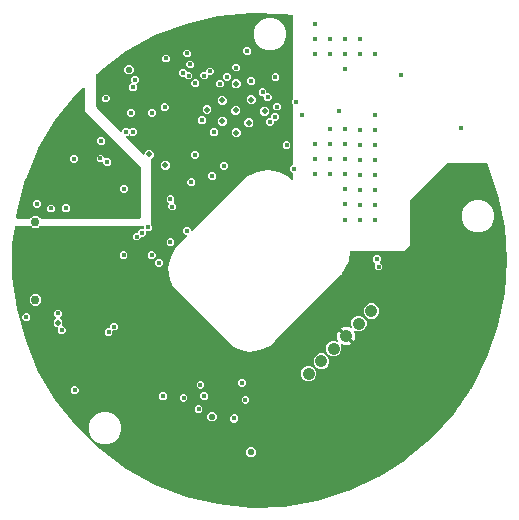
<source format=gbr>
G04 EAGLE Gerber RS-274X export*
G75*
%MOMM*%
%FSLAX34Y34*%
%LPD*%
%INCopper Layer 15*%
%IPPOS*%
%AMOC8*
5,1,8,0,0,1.08239X$1,22.5*%
G01*
%ADD10C,0.750000*%
%ADD11C,1.050000*%
%ADD12C,0.403200*%
%ADD13C,0.503200*%
%ADD14C,0.553200*%
%ADD15C,0.453200*%

G36*
X206483Y-227896D02*
X206483Y-227896D01*
X206498Y-227897D01*
X234390Y-226964D01*
X234422Y-226958D01*
X234492Y-226954D01*
X262011Y-222312D01*
X262041Y-222302D01*
X262110Y-222289D01*
X288765Y-214020D01*
X288794Y-214006D01*
X288860Y-213984D01*
X314175Y-202236D01*
X314202Y-202218D01*
X314265Y-202187D01*
X337788Y-187170D01*
X337812Y-187149D01*
X337870Y-187110D01*
X359182Y-169092D01*
X359203Y-169067D01*
X359255Y-169021D01*
X377976Y-148323D01*
X377993Y-148296D01*
X378039Y-148243D01*
X378457Y-147633D01*
X378458Y-147633D01*
X378980Y-146872D01*
X379503Y-146111D01*
X379503Y-146110D01*
X380025Y-145349D01*
X380548Y-144588D01*
X381070Y-143827D01*
X381593Y-143066D01*
X381593Y-143065D01*
X382115Y-142304D01*
X382116Y-142304D01*
X382638Y-141543D01*
X383160Y-140782D01*
X383161Y-140782D01*
X383161Y-140781D01*
X383683Y-140021D01*
X383683Y-140020D01*
X384206Y-139259D01*
X384728Y-138498D01*
X385251Y-137737D01*
X385773Y-136976D01*
X385773Y-136975D01*
X386296Y-136214D01*
X386818Y-135453D01*
X386819Y-135453D01*
X387341Y-134692D01*
X387341Y-134691D01*
X387864Y-133931D01*
X387864Y-133930D01*
X388386Y-133169D01*
X388909Y-132408D01*
X389431Y-131647D01*
X389432Y-131646D01*
X389954Y-130886D01*
X389954Y-130885D01*
X390476Y-130124D01*
X390477Y-130124D01*
X390999Y-129363D01*
X391522Y-128602D01*
X392044Y-127841D01*
X392044Y-127840D01*
X392567Y-127079D01*
X393089Y-126318D01*
X393612Y-125557D01*
X393612Y-125556D01*
X393833Y-125234D01*
X393847Y-125205D01*
X393885Y-125147D01*
X406472Y-100238D01*
X406482Y-100208D01*
X406512Y-100144D01*
X415666Y-73780D01*
X415672Y-73749D01*
X415693Y-73682D01*
X421252Y-46333D01*
X421253Y-46301D01*
X421266Y-46233D01*
X423130Y-18387D01*
X423127Y-18355D01*
X423130Y-18285D01*
X421266Y9561D01*
X421258Y9592D01*
X421252Y9662D01*
X415693Y37011D01*
X415682Y37041D01*
X415666Y37109D01*
X406512Y63473D01*
X406497Y63501D01*
X406472Y63567D01*
X406332Y63843D01*
X406280Y63915D01*
X406235Y63991D01*
X406208Y64014D01*
X406187Y64042D01*
X406115Y64093D01*
X406048Y64151D01*
X406015Y64164D01*
X405986Y64184D01*
X405902Y64210D01*
X405819Y64243D01*
X405775Y64248D01*
X405751Y64255D01*
X405719Y64254D01*
X405653Y64261D01*
X373063Y64261D01*
X372972Y64247D01*
X372882Y64239D01*
X372852Y64227D01*
X372820Y64222D01*
X372739Y64179D01*
X372655Y64143D01*
X372623Y64117D01*
X372602Y64106D01*
X372580Y64083D01*
X372524Y64038D01*
X340774Y32288D01*
X340721Y32214D01*
X340662Y32145D01*
X340650Y32115D01*
X340631Y32089D01*
X340604Y32002D01*
X340570Y31917D01*
X340565Y31876D01*
X340558Y31853D01*
X340559Y31821D01*
X340551Y31750D01*
X340551Y-6035D01*
X336235Y-10351D01*
X290655Y-10351D01*
X290588Y-10331D01*
X290558Y-10332D01*
X290528Y-10325D01*
X290435Y-10335D01*
X290343Y-10337D01*
X290314Y-10348D01*
X290283Y-10351D01*
X290199Y-10390D01*
X290112Y-10422D01*
X290088Y-10441D01*
X290060Y-10454D01*
X289992Y-10517D01*
X289920Y-10575D01*
X289903Y-10601D01*
X289881Y-10622D01*
X289837Y-10704D01*
X289787Y-10782D01*
X289779Y-10812D01*
X289765Y-10839D01*
X289728Y-11003D01*
X288867Y-18937D01*
X285385Y-27132D01*
X283265Y-29673D01*
X283237Y-29721D01*
X283200Y-29763D01*
X283174Y-29826D01*
X283140Y-29885D01*
X283128Y-29939D01*
X283107Y-29991D01*
X283107Y-29996D01*
X282486Y-30612D01*
X282471Y-30632D01*
X282437Y-30665D01*
X281867Y-31348D01*
X281866Y-31348D01*
X281801Y-31365D01*
X281754Y-31396D01*
X281701Y-31418D01*
X281620Y-31482D01*
X281595Y-31499D01*
X281586Y-31509D01*
X281570Y-31522D01*
X253869Y-59090D01*
X253868Y-59091D01*
X253867Y-59092D01*
X226337Y-86680D01*
X226291Y-86744D01*
X226238Y-86803D01*
X226220Y-86844D01*
X226209Y-86859D01*
X225435Y-87585D01*
X225429Y-87594D01*
X225416Y-87604D01*
X224665Y-88359D01*
X224617Y-88378D01*
X224569Y-88414D01*
X224542Y-88428D01*
X224524Y-88448D01*
X224483Y-88478D01*
X222036Y-90774D01*
X213690Y-94674D01*
X204545Y-95784D01*
X195508Y-93994D01*
X192216Y-92145D01*
X192112Y-92107D01*
X192010Y-92066D01*
X191994Y-92064D01*
X191985Y-92061D01*
X191957Y-92060D01*
X191843Y-92047D01*
X191674Y-92047D01*
X191277Y-91650D01*
X191260Y-91638D01*
X191248Y-91622D01*
X191111Y-91525D01*
X190621Y-91249D01*
X190576Y-91087D01*
X190529Y-90986D01*
X190486Y-90885D01*
X190476Y-90873D01*
X190472Y-90864D01*
X190452Y-90843D01*
X190381Y-90754D01*
X140246Y-40619D01*
X140188Y-40577D01*
X140136Y-40528D01*
X140072Y-40494D01*
X140046Y-40475D01*
X140024Y-40469D01*
X139987Y-40449D01*
X139670Y-40324D01*
X139513Y-39962D01*
X139481Y-39912D01*
X139458Y-39857D01*
X139398Y-39782D01*
X139380Y-39755D01*
X139369Y-39746D01*
X139353Y-39726D01*
X139074Y-39447D01*
X139074Y-39106D01*
X139071Y-39087D01*
X139073Y-39068D01*
X139062Y-39017D01*
X139061Y-38964D01*
X139040Y-38895D01*
X139034Y-38864D01*
X139025Y-38846D01*
X139021Y-38828D01*
X139016Y-38820D01*
X139011Y-38804D01*
X137334Y-34934D01*
X136337Y-25234D01*
X138315Y-15686D01*
X143083Y-7180D01*
X146603Y-3880D01*
X146609Y-3872D01*
X146621Y-3863D01*
X152247Y1764D01*
X152289Y1822D01*
X152338Y1874D01*
X152360Y1921D01*
X152391Y1963D01*
X152412Y2032D01*
X152442Y2097D01*
X152448Y2149D01*
X152463Y2199D01*
X152461Y2270D01*
X152469Y2341D01*
X152458Y2392D01*
X152457Y2444D01*
X152432Y2512D01*
X152417Y2582D01*
X152390Y2627D01*
X152372Y2675D01*
X152327Y2731D01*
X152291Y2793D01*
X152251Y2827D01*
X152219Y2867D01*
X152158Y2906D01*
X152104Y2953D01*
X152055Y2972D01*
X152012Y3000D01*
X151942Y3018D01*
X151876Y3045D01*
X151804Y3053D01*
X151773Y3061D01*
X151750Y3059D01*
X151709Y3063D01*
X151039Y3063D01*
X149113Y4989D01*
X149113Y7711D01*
X151039Y9637D01*
X153761Y9637D01*
X155687Y7711D01*
X155687Y7041D01*
X155698Y6970D01*
X155700Y6899D01*
X155718Y6850D01*
X155726Y6798D01*
X155760Y6735D01*
X155785Y6668D01*
X155817Y6627D01*
X155842Y6581D01*
X155893Y6532D01*
X155938Y6476D01*
X155982Y6447D01*
X156020Y6412D01*
X156085Y6381D01*
X156145Y6343D01*
X156196Y6330D01*
X156243Y6308D01*
X156314Y6300D01*
X156384Y6283D01*
X156436Y6287D01*
X156487Y6281D01*
X156558Y6296D01*
X156629Y6302D01*
X156677Y6322D01*
X156728Y6333D01*
X156789Y6370D01*
X156855Y6398D01*
X156911Y6443D01*
X156939Y6459D01*
X156954Y6477D01*
X156986Y6503D01*
X198115Y47632D01*
X199045Y48561D01*
X202432Y51949D01*
X210965Y56310D01*
X220425Y57834D01*
X229895Y56372D01*
X238455Y52066D01*
X240765Y49786D01*
X240822Y49746D01*
X240872Y49698D01*
X240921Y49675D01*
X240966Y49643D01*
X241032Y49624D01*
X241095Y49594D01*
X241149Y49588D01*
X241201Y49573D01*
X241271Y49575D01*
X241339Y49567D01*
X241393Y49579D01*
X241447Y49581D01*
X241512Y49605D01*
X241580Y49620D01*
X241627Y49648D01*
X241678Y49667D01*
X241732Y49710D01*
X241791Y49746D01*
X241826Y49787D01*
X241869Y49822D01*
X241906Y49880D01*
X241951Y49933D01*
X241971Y49983D01*
X242000Y50029D01*
X242017Y50096D01*
X242043Y50161D01*
X242051Y50237D01*
X242059Y50268D01*
X242057Y50290D01*
X242061Y50327D01*
X242061Y54690D01*
X242058Y54709D01*
X242060Y54729D01*
X242038Y54830D01*
X242022Y54932D01*
X242012Y54950D01*
X242008Y54969D01*
X241955Y55058D01*
X241906Y55150D01*
X241892Y55163D01*
X241882Y55180D01*
X241803Y55248D01*
X241728Y55319D01*
X241710Y55327D01*
X241695Y55340D01*
X241599Y55379D01*
X241597Y55380D01*
X239601Y57376D01*
X239601Y60099D01*
X241579Y62077D01*
X241580Y62078D01*
X241669Y62131D01*
X241760Y62179D01*
X241774Y62193D01*
X241791Y62204D01*
X241858Y62282D01*
X241930Y62357D01*
X241938Y62375D01*
X241951Y62391D01*
X241990Y62487D01*
X242033Y62580D01*
X242035Y62600D01*
X242043Y62619D01*
X242061Y62785D01*
X242061Y112957D01*
X242047Y113047D01*
X242039Y113138D01*
X242027Y113168D01*
X242022Y113200D01*
X241979Y113280D01*
X241943Y113364D01*
X241917Y113396D01*
X241906Y113417D01*
X241883Y113439D01*
X241838Y113495D01*
X240807Y114526D01*
X240807Y117249D01*
X241838Y118280D01*
X241891Y118354D01*
X241951Y118423D01*
X241963Y118453D01*
X241982Y118480D01*
X242009Y118567D01*
X242043Y118651D01*
X242047Y118692D01*
X242054Y118715D01*
X242053Y118747D01*
X242061Y118818D01*
X242061Y188362D01*
X242048Y188441D01*
X242045Y188520D01*
X242029Y188561D01*
X242022Y188605D01*
X241984Y188675D01*
X241955Y188750D01*
X241927Y188783D01*
X241906Y188822D01*
X241849Y188877D01*
X241798Y188938D01*
X241760Y188961D01*
X241728Y188992D01*
X241656Y189025D01*
X241588Y189067D01*
X241532Y189083D01*
X241505Y189095D01*
X241477Y189098D01*
X241427Y189113D01*
X234491Y190283D01*
X234459Y190283D01*
X234390Y190293D01*
X206498Y191225D01*
X206466Y191221D01*
X206396Y191222D01*
X178628Y188429D01*
X178597Y188420D01*
X178528Y188412D01*
X151380Y181942D01*
X151350Y181930D01*
X151283Y181912D01*
X125239Y171881D01*
X125212Y171865D01*
X125147Y171839D01*
X100673Y158426D01*
X100648Y158407D01*
X100587Y158372D01*
X78119Y141817D01*
X78101Y141799D01*
X78080Y141786D01*
X78067Y141771D01*
X78041Y141751D01*
X75671Y139459D01*
X75613Y139381D01*
X75549Y139306D01*
X75539Y139282D01*
X75524Y139261D01*
X75494Y139169D01*
X75457Y139078D01*
X75454Y139046D01*
X75448Y139028D01*
X75448Y138995D01*
X75439Y138912D01*
X75439Y111125D01*
X75454Y111035D01*
X75461Y110944D01*
X75473Y110914D01*
X75479Y110882D01*
X75521Y110802D01*
X75557Y110718D01*
X75583Y110686D01*
X75594Y110665D01*
X75617Y110643D01*
X75662Y110587D01*
X95998Y90251D01*
X96056Y90209D01*
X96108Y90159D01*
X96155Y90137D01*
X96197Y90107D01*
X96266Y90086D01*
X96331Y90056D01*
X96383Y90050D01*
X96433Y90035D01*
X96504Y90037D01*
X96575Y90029D01*
X96626Y90040D01*
X96678Y90041D01*
X96746Y90066D01*
X96816Y90081D01*
X96861Y90108D01*
X96909Y90126D01*
X96965Y90170D01*
X97027Y90207D01*
X97061Y90247D01*
X97101Y90279D01*
X97140Y90340D01*
X97187Y90394D01*
X97206Y90442D01*
X97234Y90486D01*
X97252Y90556D01*
X97279Y90622D01*
X97287Y90694D01*
X97295Y90725D01*
X97293Y90748D01*
X97297Y90789D01*
X97297Y91611D01*
X99223Y93537D01*
X101945Y93537D01*
X102938Y92544D01*
X102954Y92532D01*
X102967Y92517D01*
X103054Y92461D01*
X103138Y92400D01*
X103157Y92394D01*
X103174Y92384D01*
X103274Y92358D01*
X103373Y92328D01*
X103393Y92328D01*
X103412Y92324D01*
X103515Y92332D01*
X103619Y92334D01*
X103638Y92341D01*
X103658Y92343D01*
X103752Y92383D01*
X103850Y92419D01*
X103866Y92431D01*
X103884Y92439D01*
X104015Y92544D01*
X105024Y93553D01*
X107747Y93553D01*
X109672Y91627D01*
X109672Y88905D01*
X107747Y86979D01*
X105024Y86979D01*
X104031Y87972D01*
X104015Y87984D01*
X104002Y87999D01*
X103915Y88056D01*
X103831Y88116D01*
X103812Y88122D01*
X103795Y88132D01*
X103695Y88158D01*
X103596Y88188D01*
X103576Y88188D01*
X103557Y88192D01*
X103454Y88184D01*
X103350Y88182D01*
X103331Y88175D01*
X103312Y88173D01*
X103217Y88133D01*
X103119Y88097D01*
X103104Y88085D01*
X103085Y88077D01*
X102954Y87972D01*
X101945Y86963D01*
X101123Y86963D01*
X101052Y86952D01*
X100981Y86950D01*
X100932Y86932D01*
X100880Y86924D01*
X100817Y86890D01*
X100750Y86865D01*
X100709Y86833D01*
X100663Y86808D01*
X100614Y86757D01*
X100558Y86712D01*
X100529Y86668D01*
X100493Y86630D01*
X100463Y86565D01*
X100425Y86505D01*
X100412Y86454D01*
X100390Y86407D01*
X100382Y86336D01*
X100364Y86266D01*
X100369Y86214D01*
X100363Y86163D01*
X100378Y86092D01*
X100384Y86021D01*
X100404Y85973D01*
X100415Y85922D01*
X100452Y85861D01*
X100480Y85795D01*
X100525Y85739D01*
X100541Y85711D01*
X100559Y85696D01*
X100585Y85664D01*
X115056Y71193D01*
X115114Y71151D01*
X115166Y71101D01*
X115213Y71079D01*
X115255Y71049D01*
X115324Y71028D01*
X115389Y70998D01*
X115441Y70992D01*
X115491Y70977D01*
X115562Y70979D01*
X115633Y70971D01*
X115684Y70982D01*
X115736Y70983D01*
X115804Y71008D01*
X115874Y71023D01*
X115918Y71050D01*
X115967Y71068D01*
X116023Y71112D01*
X116085Y71149D01*
X116119Y71189D01*
X116159Y71221D01*
X116198Y71282D01*
X116245Y71336D01*
X116264Y71384D01*
X116292Y71428D01*
X116310Y71498D01*
X116337Y71564D01*
X116345Y71636D01*
X116353Y71667D01*
X116351Y71690D01*
X116355Y71731D01*
X116355Y72689D01*
X118573Y74907D01*
X121711Y74907D01*
X123929Y72689D01*
X123929Y69551D01*
X121591Y67213D01*
X121549Y67155D01*
X121499Y67103D01*
X121477Y67056D01*
X121447Y67014D01*
X121426Y66945D01*
X121396Y66880D01*
X121390Y66828D01*
X121375Y66778D01*
X121377Y66707D01*
X121369Y66636D01*
X121380Y66585D01*
X121381Y66533D01*
X121406Y66465D01*
X121421Y66395D01*
X121448Y66351D01*
X121465Y66302D01*
X121476Y66288D01*
X121476Y12075D01*
X121491Y11985D01*
X121498Y11894D01*
X121511Y11864D01*
X121516Y11832D01*
X121559Y11751D01*
X121594Y11667D01*
X121620Y11635D01*
X121631Y11615D01*
X121654Y11592D01*
X121699Y11536D01*
X122349Y10886D01*
X122349Y8164D01*
X120424Y6238D01*
X118348Y6238D01*
X118328Y6235D01*
X118309Y6237D01*
X118207Y6215D01*
X118105Y6199D01*
X118088Y6189D01*
X118068Y6185D01*
X117979Y6132D01*
X117888Y6083D01*
X117874Y6069D01*
X117857Y6059D01*
X117790Y5980D01*
X117718Y5905D01*
X117710Y5887D01*
X117697Y5872D01*
X117658Y5776D01*
X117615Y5682D01*
X117613Y5662D01*
X117605Y5644D01*
X117587Y5477D01*
X117587Y3401D01*
X115661Y1476D01*
X113585Y1476D01*
X113566Y1473D01*
X113546Y1475D01*
X113445Y1453D01*
X113343Y1436D01*
X113325Y1427D01*
X113306Y1422D01*
X113217Y1369D01*
X113125Y1321D01*
X113112Y1307D01*
X113095Y1296D01*
X113027Y1218D01*
X112956Y1143D01*
X112948Y1125D01*
X112935Y1109D01*
X112896Y1013D01*
X112852Y920D01*
X112850Y900D01*
X112843Y881D01*
X112824Y715D01*
X112824Y226D01*
X110899Y-1699D01*
X108176Y-1699D01*
X106251Y226D01*
X106251Y2949D01*
X108176Y4874D01*
X110252Y4874D01*
X110272Y4877D01*
X110291Y4875D01*
X110393Y4897D01*
X110495Y4914D01*
X110512Y4923D01*
X110532Y4928D01*
X110621Y4981D01*
X110712Y5029D01*
X110726Y5043D01*
X110743Y5054D01*
X110810Y5132D01*
X110882Y5207D01*
X110890Y5225D01*
X110903Y5241D01*
X110942Y5337D01*
X110985Y5430D01*
X110987Y5450D01*
X110995Y5469D01*
X111013Y5635D01*
X111013Y6124D01*
X112939Y8049D01*
X115015Y8049D01*
X115034Y8052D01*
X115054Y8050D01*
X115155Y8072D01*
X115257Y8089D01*
X115275Y8098D01*
X115294Y8103D01*
X115383Y8156D01*
X115475Y8204D01*
X115488Y8218D01*
X115505Y8229D01*
X115573Y8307D01*
X115644Y8382D01*
X115652Y8400D01*
X115665Y8416D01*
X115704Y8512D01*
X115748Y8605D01*
X115750Y8625D01*
X115757Y8644D01*
X115776Y8810D01*
X115776Y9525D01*
X115773Y9545D01*
X115775Y9564D01*
X115753Y9666D01*
X115736Y9768D01*
X115727Y9785D01*
X115722Y9805D01*
X115669Y9894D01*
X115621Y9985D01*
X115607Y9999D01*
X115596Y10016D01*
X115518Y10083D01*
X115443Y10155D01*
X115425Y10163D01*
X115409Y10176D01*
X115313Y10215D01*
X115220Y10258D01*
X115200Y10260D01*
X115181Y10268D01*
X115015Y10286D01*
X27564Y10286D01*
X27474Y10272D01*
X27383Y10264D01*
X27354Y10252D01*
X27322Y10247D01*
X27241Y10204D01*
X27157Y10168D01*
X27125Y10142D01*
X27104Y10131D01*
X27082Y10108D01*
X27026Y10063D01*
X25892Y8929D01*
X21733Y8929D01*
X20599Y10063D01*
X20525Y10116D01*
X20455Y10176D01*
X20425Y10188D01*
X20399Y10207D01*
X20312Y10234D01*
X20227Y10268D01*
X20186Y10272D01*
X20164Y10279D01*
X20132Y10278D01*
X20061Y10286D01*
X6873Y10286D01*
X6782Y10271D01*
X6690Y10264D01*
X6661Y10252D01*
X6630Y10247D01*
X6549Y10203D01*
X6464Y10167D01*
X6440Y10146D01*
X6413Y10131D01*
X6349Y10065D01*
X6281Y10003D01*
X6265Y9976D01*
X6243Y9953D01*
X6205Y9869D01*
X6159Y9789D01*
X6149Y9751D01*
X6140Y9730D01*
X6136Y9698D01*
X6118Y9626D01*
X4248Y-4280D01*
X4249Y-4312D01*
X4241Y-4382D01*
X4241Y-32290D01*
X4247Y-32321D01*
X4248Y-32391D01*
X7968Y-60051D01*
X7977Y-60081D01*
X7988Y-60150D01*
X15362Y-87067D01*
X15375Y-87096D01*
X15395Y-87163D01*
X26290Y-112857D01*
X26307Y-112884D01*
X26336Y-112947D01*
X40558Y-136960D01*
X40579Y-136984D01*
X40616Y-137044D01*
X57912Y-158946D01*
X57936Y-158967D01*
X57980Y-159021D01*
X78041Y-178423D01*
X78068Y-178441D01*
X78119Y-178489D01*
X100587Y-195043D01*
X100605Y-195052D01*
X100606Y-195053D01*
X100610Y-195055D01*
X100615Y-195058D01*
X100673Y-195098D01*
X125147Y-208510D01*
X125177Y-208521D01*
X125239Y-208553D01*
X151283Y-218583D01*
X151314Y-218590D01*
X151380Y-218613D01*
X178528Y-225083D01*
X178559Y-225085D01*
X178628Y-225100D01*
X206396Y-227894D01*
X206423Y-227892D01*
X206472Y-227897D01*
X206473Y-227897D01*
X206483Y-227896D01*
G37*
G36*
X19163Y16841D02*
X19163Y16841D01*
X19262Y16844D01*
X19320Y16861D01*
X19380Y16868D01*
X19472Y16905D01*
X19567Y16932D01*
X19620Y16963D01*
X19676Y16985D01*
X19756Y17043D01*
X19841Y17094D01*
X19917Y17160D01*
X19933Y17172D01*
X19941Y17181D01*
X19962Y17200D01*
X20968Y18206D01*
X21300Y18344D01*
X21308Y18348D01*
X21317Y18351D01*
X21447Y18427D01*
X21576Y18501D01*
X21583Y18508D01*
X21591Y18512D01*
X21712Y18619D01*
X21830Y18737D01*
X21996Y18737D01*
X22006Y18738D01*
X22015Y18737D01*
X22164Y18758D01*
X22312Y18777D01*
X22321Y18780D01*
X22330Y18781D01*
X22482Y18833D01*
X22814Y18971D01*
X24811Y18971D01*
X25143Y18833D01*
X25152Y18831D01*
X25160Y18826D01*
X25305Y18789D01*
X25450Y18749D01*
X25459Y18749D01*
X25468Y18747D01*
X25629Y18737D01*
X25795Y18737D01*
X25913Y18619D01*
X25920Y18613D01*
X25926Y18606D01*
X26045Y18516D01*
X26164Y18424D01*
X26173Y18420D01*
X26180Y18415D01*
X26325Y18344D01*
X26657Y18206D01*
X27663Y17200D01*
X27741Y17139D01*
X27813Y17071D01*
X27866Y17042D01*
X27914Y17005D01*
X28005Y16966D01*
X28092Y16918D01*
X28150Y16903D01*
X28206Y16879D01*
X28304Y16863D01*
X28400Y16838D01*
X28500Y16832D01*
X28520Y16829D01*
X28532Y16830D01*
X28560Y16828D01*
X112014Y16828D01*
X112132Y16843D01*
X112251Y16851D01*
X112289Y16863D01*
X112330Y16868D01*
X112440Y16912D01*
X112553Y16949D01*
X112588Y16970D01*
X112625Y16985D01*
X112721Y17055D01*
X112822Y17119D01*
X112850Y17148D01*
X112883Y17172D01*
X112959Y17264D01*
X113040Y17350D01*
X113060Y17386D01*
X113085Y17417D01*
X113136Y17525D01*
X113194Y17629D01*
X113204Y17668D01*
X113221Y17705D01*
X113243Y17821D01*
X113273Y17937D01*
X113277Y17997D01*
X113281Y18017D01*
X113279Y18037D01*
X113283Y18098D01*
X113283Y59817D01*
X113271Y59915D01*
X113268Y60014D01*
X113251Y60072D01*
X113243Y60133D01*
X113207Y60225D01*
X113179Y60320D01*
X113149Y60372D01*
X113126Y60428D01*
X113068Y60508D01*
X113018Y60594D01*
X112952Y60669D01*
X112940Y60686D01*
X112930Y60693D01*
X112912Y60715D01*
X65404Y108222D01*
X65404Y126538D01*
X65388Y126666D01*
X65378Y126794D01*
X65368Y126823D01*
X65364Y126854D01*
X65317Y126973D01*
X65276Y127095D01*
X65259Y127121D01*
X65247Y127149D01*
X65172Y127253D01*
X65102Y127361D01*
X65079Y127382D01*
X65061Y127407D01*
X64961Y127489D01*
X64867Y127575D01*
X64839Y127590D01*
X64816Y127609D01*
X64699Y127664D01*
X64586Y127725D01*
X64556Y127732D01*
X64528Y127745D01*
X64402Y127769D01*
X64277Y127799D01*
X64246Y127799D01*
X64216Y127805D01*
X64088Y127797D01*
X63959Y127795D01*
X63929Y127787D01*
X63898Y127785D01*
X63776Y127745D01*
X63652Y127712D01*
X63625Y127696D01*
X63596Y127687D01*
X63487Y127618D01*
X63375Y127555D01*
X63341Y127526D01*
X63327Y127517D01*
X63312Y127501D01*
X63253Y127450D01*
X58004Y122374D01*
X58001Y122371D01*
X57998Y122368D01*
X57890Y122248D01*
X40636Y100399D01*
X40634Y100396D01*
X40631Y100393D01*
X40540Y100260D01*
X26352Y76306D01*
X26350Y76302D01*
X26348Y76298D01*
X26276Y76154D01*
X15407Y50523D01*
X15406Y50519D01*
X15404Y50515D01*
X15351Y50363D01*
X7996Y23512D01*
X7996Y23507D01*
X7994Y23503D01*
X7962Y23346D01*
X7279Y18267D01*
X7279Y18222D01*
X7271Y18178D01*
X7278Y18064D01*
X7277Y17949D01*
X7288Y17905D01*
X7290Y17861D01*
X7326Y17752D01*
X7353Y17640D01*
X7375Y17601D01*
X7388Y17558D01*
X7450Y17461D01*
X7504Y17360D01*
X7535Y17327D01*
X7559Y17289D01*
X7642Y17211D01*
X7720Y17126D01*
X7758Y17102D01*
X7790Y17071D01*
X7891Y17016D01*
X7987Y16954D01*
X8029Y16940D01*
X8069Y16918D01*
X8180Y16889D01*
X8289Y16853D01*
X8333Y16850D01*
X8377Y16838D01*
X8537Y16828D01*
X19065Y16828D01*
X19163Y16841D01*
G37*
%LPC*%
G36*
X219522Y159321D02*
X219522Y159321D01*
X214480Y161409D01*
X210622Y165268D01*
X208533Y170309D01*
X208533Y175766D01*
X210622Y180807D01*
X214480Y184666D01*
X219522Y186754D01*
X224978Y186754D01*
X230020Y184666D01*
X233878Y180807D01*
X235967Y175766D01*
X235967Y170309D01*
X233878Y165268D01*
X230020Y161409D01*
X224978Y159321D01*
X219522Y159321D01*
G37*
%LPD*%
%LPC*%
G36*
X79822Y-174054D02*
X79822Y-174054D01*
X74780Y-171966D01*
X70922Y-168107D01*
X68833Y-163066D01*
X68833Y-157609D01*
X70922Y-152568D01*
X74780Y-148709D01*
X79822Y-146621D01*
X85278Y-146621D01*
X90320Y-148709D01*
X94178Y-152568D01*
X96267Y-157609D01*
X96267Y-163066D01*
X94178Y-168107D01*
X90320Y-171966D01*
X85278Y-174054D01*
X79822Y-174054D01*
G37*
%LPD*%
%LPC*%
G36*
X395734Y5333D02*
X395734Y5333D01*
X390693Y7422D01*
X386834Y11280D01*
X384746Y16322D01*
X384746Y21778D01*
X386834Y26820D01*
X390693Y30678D01*
X395734Y32767D01*
X401191Y32767D01*
X406232Y30678D01*
X410091Y26820D01*
X412179Y21778D01*
X412179Y16322D01*
X410091Y11280D01*
X406232Y7422D01*
X401191Y5333D01*
X395734Y5333D01*
G37*
%LPD*%
%LPC*%
G36*
X275045Y-99794D02*
X275045Y-99794D01*
X272648Y-98801D01*
X270814Y-96967D01*
X269821Y-94570D01*
X269821Y-91976D01*
X270814Y-89580D01*
X272648Y-87745D01*
X275045Y-86753D01*
X277639Y-86753D01*
X279042Y-87334D01*
X279112Y-87350D01*
X279179Y-87376D01*
X279231Y-87378D01*
X279282Y-87390D01*
X279353Y-87383D01*
X279425Y-87386D01*
X279475Y-87372D01*
X279527Y-87367D01*
X279592Y-87338D01*
X279661Y-87318D01*
X279704Y-87288D01*
X279751Y-87267D01*
X279804Y-87219D01*
X279863Y-87178D01*
X279894Y-87136D01*
X279933Y-87101D01*
X279967Y-87038D01*
X280010Y-86980D01*
X280026Y-86931D01*
X280051Y-86885D01*
X280064Y-86815D01*
X280086Y-86746D01*
X280086Y-86694D01*
X280095Y-86643D01*
X280084Y-86572D01*
X280084Y-86500D01*
X280064Y-86432D01*
X280059Y-86400D01*
X280048Y-86379D01*
X280037Y-86339D01*
X279457Y-84939D01*
X279158Y-83434D01*
X279158Y-81899D01*
X279457Y-80394D01*
X280044Y-78976D01*
X280469Y-78341D01*
X285332Y-83205D01*
X285349Y-83217D01*
X285361Y-83232D01*
X285448Y-83288D01*
X285532Y-83348D01*
X285551Y-83354D01*
X285568Y-83365D01*
X285668Y-83390D01*
X285767Y-83421D01*
X285787Y-83420D01*
X285806Y-83425D01*
X285909Y-83417D01*
X286013Y-83414D01*
X286032Y-83408D01*
X286052Y-83406D01*
X286146Y-83366D01*
X286244Y-83330D01*
X286260Y-83318D01*
X286278Y-83310D01*
X286409Y-83205D01*
X287487Y-82127D01*
X287498Y-82111D01*
X287514Y-82099D01*
X287570Y-82011D01*
X287630Y-81928D01*
X287636Y-81909D01*
X287647Y-81892D01*
X287672Y-81791D01*
X287702Y-81693D01*
X287702Y-81673D01*
X287707Y-81653D01*
X287699Y-81550D01*
X287696Y-81447D01*
X287689Y-81428D01*
X287688Y-81408D01*
X287647Y-81313D01*
X287612Y-81216D01*
X287599Y-81200D01*
X287591Y-81182D01*
X287487Y-81051D01*
X282623Y-76187D01*
X283258Y-75763D01*
X284676Y-75175D01*
X286181Y-74876D01*
X287716Y-74876D01*
X289221Y-75175D01*
X290621Y-75755D01*
X290691Y-75772D01*
X290758Y-75797D01*
X290810Y-75800D01*
X290860Y-75812D01*
X290932Y-75805D01*
X291003Y-75808D01*
X291053Y-75793D01*
X291105Y-75788D01*
X291171Y-75759D01*
X291240Y-75739D01*
X291282Y-75710D01*
X291330Y-75688D01*
X291383Y-75640D01*
X291442Y-75599D01*
X291473Y-75557D01*
X291511Y-75522D01*
X291546Y-75459D01*
X291588Y-75402D01*
X291605Y-75352D01*
X291630Y-75307D01*
X291642Y-75236D01*
X291665Y-75168D01*
X291664Y-75116D01*
X291673Y-75064D01*
X291663Y-74994D01*
X291662Y-74922D01*
X291642Y-74853D01*
X291638Y-74821D01*
X291627Y-74800D01*
X291616Y-74761D01*
X291034Y-73357D01*
X291034Y-70763D01*
X292027Y-68366D01*
X293861Y-66532D01*
X296258Y-65539D01*
X298852Y-65539D01*
X301249Y-66532D01*
X303083Y-68366D01*
X304076Y-70763D01*
X304076Y-73357D01*
X303083Y-75754D01*
X301249Y-77588D01*
X298852Y-78581D01*
X296258Y-78581D01*
X294854Y-78000D01*
X294784Y-77983D01*
X294718Y-77957D01*
X294666Y-77955D01*
X294615Y-77943D01*
X294544Y-77950D01*
X294472Y-77947D01*
X294422Y-77962D01*
X294370Y-77966D01*
X294304Y-77996D01*
X294236Y-78016D01*
X294193Y-78045D01*
X294145Y-78066D01*
X294092Y-78115D01*
X294034Y-78156D01*
X294003Y-78198D01*
X293964Y-78233D01*
X293929Y-78296D01*
X293887Y-78353D01*
X293871Y-78403D01*
X293846Y-78448D01*
X293833Y-78519D01*
X293811Y-78587D01*
X293811Y-78639D01*
X293802Y-78690D01*
X293812Y-78761D01*
X293813Y-78833D01*
X293833Y-78902D01*
X293838Y-78934D01*
X293848Y-78955D01*
X293860Y-78994D01*
X294440Y-80394D01*
X294739Y-81899D01*
X294739Y-83434D01*
X294440Y-84939D01*
X293852Y-86357D01*
X293428Y-86992D01*
X288564Y-82129D01*
X288548Y-82117D01*
X288536Y-82101D01*
X288448Y-82045D01*
X288365Y-81985D01*
X288346Y-81979D01*
X288329Y-81968D01*
X288228Y-81943D01*
X288130Y-81913D01*
X288110Y-81913D01*
X288090Y-81908D01*
X287987Y-81916D01*
X287884Y-81919D01*
X287865Y-81926D01*
X287845Y-81927D01*
X287750Y-81968D01*
X287653Y-82003D01*
X287637Y-82016D01*
X287619Y-82024D01*
X287488Y-82129D01*
X286410Y-83206D01*
X286399Y-83222D01*
X286383Y-83235D01*
X286327Y-83322D01*
X286267Y-83406D01*
X286261Y-83425D01*
X286250Y-83442D01*
X286225Y-83542D01*
X286194Y-83641D01*
X286195Y-83661D01*
X286190Y-83680D01*
X286198Y-83783D01*
X286201Y-83887D01*
X286207Y-83906D01*
X286209Y-83925D01*
X286249Y-84020D01*
X286285Y-84118D01*
X286298Y-84134D01*
X286305Y-84152D01*
X286410Y-84283D01*
X291274Y-89146D01*
X290639Y-89571D01*
X289221Y-90158D01*
X287716Y-90457D01*
X286181Y-90457D01*
X284676Y-90158D01*
X283276Y-89578D01*
X283206Y-89562D01*
X283139Y-89536D01*
X283087Y-89534D01*
X283036Y-89522D01*
X282965Y-89529D01*
X282893Y-89526D01*
X282843Y-89540D01*
X282791Y-89545D01*
X282726Y-89574D01*
X282657Y-89594D01*
X282614Y-89624D01*
X282567Y-89645D01*
X282514Y-89694D01*
X282455Y-89734D01*
X282424Y-89776D01*
X282386Y-89811D01*
X282351Y-89874D01*
X282308Y-89932D01*
X282292Y-89981D01*
X282267Y-90027D01*
X282254Y-90098D01*
X282232Y-90166D01*
X282232Y-90218D01*
X282223Y-90269D01*
X282234Y-90340D01*
X282234Y-90412D01*
X282254Y-90481D01*
X282259Y-90512D01*
X282270Y-90533D01*
X282281Y-90573D01*
X282862Y-91976D01*
X282862Y-94570D01*
X281870Y-96967D01*
X280035Y-98801D01*
X277639Y-99794D01*
X275045Y-99794D01*
G37*
%LPD*%
%LPC*%
G36*
X253831Y-121007D02*
X253831Y-121007D01*
X251435Y-120015D01*
X249601Y-118180D01*
X248608Y-115784D01*
X248608Y-113190D01*
X249601Y-110793D01*
X251435Y-108959D01*
X253831Y-107966D01*
X256426Y-107966D01*
X258822Y-108959D01*
X260657Y-110793D01*
X261649Y-113190D01*
X261649Y-115784D01*
X260657Y-118180D01*
X258822Y-120015D01*
X256426Y-121007D01*
X253831Y-121007D01*
G37*
%LPD*%
%LPC*%
G36*
X264438Y-110401D02*
X264438Y-110401D01*
X262041Y-109408D01*
X260207Y-107574D01*
X259214Y-105177D01*
X259214Y-102583D01*
X260207Y-100186D01*
X262041Y-98352D01*
X264438Y-97359D01*
X267032Y-97359D01*
X269429Y-98352D01*
X271263Y-100186D01*
X272256Y-102583D01*
X272256Y-105177D01*
X271263Y-107574D01*
X269429Y-109408D01*
X267032Y-110401D01*
X264438Y-110401D01*
G37*
%LPD*%
%LPC*%
G36*
X306865Y-67974D02*
X306865Y-67974D01*
X304468Y-66982D01*
X302634Y-65147D01*
X301641Y-62751D01*
X301641Y-60156D01*
X302634Y-57760D01*
X304468Y-55926D01*
X306865Y-54933D01*
X309459Y-54933D01*
X311855Y-55926D01*
X313690Y-57760D01*
X314682Y-60156D01*
X314682Y-62751D01*
X313690Y-65147D01*
X311855Y-66982D01*
X309459Y-67974D01*
X306865Y-67974D01*
G37*
%LPD*%
%LPC*%
G36*
X44676Y-81074D02*
X44676Y-81074D01*
X42751Y-79149D01*
X42751Y-76400D01*
X42766Y-76366D01*
X42797Y-76324D01*
X42818Y-76256D01*
X42848Y-76190D01*
X42854Y-76139D01*
X42869Y-76089D01*
X42867Y-76017D01*
X42875Y-75946D01*
X42864Y-75895D01*
X42863Y-75843D01*
X42838Y-75776D01*
X42823Y-75706D01*
X42796Y-75661D01*
X42778Y-75612D01*
X42733Y-75556D01*
X42697Y-75495D01*
X42657Y-75461D01*
X42625Y-75420D01*
X42564Y-75381D01*
X42510Y-75335D01*
X42461Y-75315D01*
X42418Y-75287D01*
X42348Y-75270D01*
X42282Y-75243D01*
X42210Y-75235D01*
X42179Y-75227D01*
X42156Y-75229D01*
X42115Y-75224D01*
X41294Y-75224D01*
X39076Y-73006D01*
X39076Y-69869D01*
X41291Y-67653D01*
X41303Y-67637D01*
X41318Y-67625D01*
X41375Y-67538D01*
X41435Y-67454D01*
X41441Y-67435D01*
X41451Y-67418D01*
X41477Y-67317D01*
X41507Y-67219D01*
X41507Y-67199D01*
X41512Y-67179D01*
X41503Y-67076D01*
X41501Y-66973D01*
X41494Y-66954D01*
X41492Y-66934D01*
X41452Y-66839D01*
X41416Y-66742D01*
X41404Y-66726D01*
X41396Y-66708D01*
X41291Y-66577D01*
X39576Y-64861D01*
X39576Y-62139D01*
X41501Y-60213D01*
X44224Y-60213D01*
X46149Y-62139D01*
X46149Y-64861D01*
X44434Y-66577D01*
X44422Y-66593D01*
X44407Y-66606D01*
X44350Y-66693D01*
X44290Y-66777D01*
X44284Y-66796D01*
X44274Y-66812D01*
X44248Y-66913D01*
X44218Y-67012D01*
X44218Y-67032D01*
X44213Y-67051D01*
X44222Y-67154D01*
X44224Y-67258D01*
X44231Y-67276D01*
X44233Y-67296D01*
X44273Y-67391D01*
X44309Y-67489D01*
X44321Y-67504D01*
X44329Y-67523D01*
X44434Y-67653D01*
X46649Y-69869D01*
X46649Y-73006D01*
X46454Y-73201D01*
X46412Y-73259D01*
X46363Y-73311D01*
X46341Y-73359D01*
X46310Y-73401D01*
X46289Y-73469D01*
X46259Y-73535D01*
X46253Y-73586D01*
X46238Y-73636D01*
X46240Y-73708D01*
X46232Y-73779D01*
X46243Y-73830D01*
X46244Y-73882D01*
X46269Y-73949D01*
X46284Y-74019D01*
X46311Y-74064D01*
X46329Y-74113D01*
X46374Y-74169D01*
X46411Y-74230D01*
X46450Y-74264D01*
X46483Y-74305D01*
X46543Y-74344D01*
X46597Y-74390D01*
X46646Y-74410D01*
X46690Y-74438D01*
X46759Y-74455D01*
X46826Y-74482D01*
X46897Y-74490D01*
X46928Y-74498D01*
X46951Y-74496D01*
X46992Y-74501D01*
X47399Y-74501D01*
X49324Y-76426D01*
X49324Y-79149D01*
X47399Y-81074D01*
X44676Y-81074D01*
G37*
%LPD*%
%LPC*%
G36*
X21733Y-57071D02*
X21733Y-57071D01*
X18792Y-54130D01*
X18792Y-49970D01*
X21733Y-47029D01*
X25892Y-47029D01*
X28833Y-49970D01*
X28833Y-54130D01*
X25892Y-57071D01*
X21733Y-57071D01*
G37*
%LPD*%
%LPC*%
G36*
X83221Y61229D02*
X83221Y61229D01*
X81295Y63155D01*
X81295Y63195D01*
X81280Y63313D01*
X81273Y63432D01*
X81260Y63470D01*
X81255Y63511D01*
X81212Y63621D01*
X81175Y63735D01*
X81153Y63769D01*
X81138Y63806D01*
X81069Y63903D01*
X81005Y64003D01*
X80975Y64031D01*
X80952Y64064D01*
X80860Y64140D01*
X80773Y64221D01*
X80738Y64241D01*
X80707Y64266D01*
X80599Y64317D01*
X80495Y64375D01*
X80455Y64385D01*
X80419Y64402D01*
X80302Y64424D01*
X80187Y64454D01*
X80127Y64458D01*
X80107Y64462D01*
X80086Y64461D01*
X80026Y64464D01*
X77433Y64464D01*
X75508Y66390D01*
X75508Y69113D01*
X77433Y71038D01*
X80156Y71038D01*
X82082Y69113D01*
X82082Y69072D01*
X82097Y68954D01*
X82104Y68835D01*
X82116Y68797D01*
X82121Y68756D01*
X82165Y68646D01*
X82202Y68533D01*
X82224Y68498D01*
X82239Y68461D01*
X82308Y68365D01*
X82372Y68264D01*
X82402Y68236D01*
X82425Y68203D01*
X82517Y68127D01*
X82604Y68046D01*
X82639Y68026D01*
X82670Y68001D01*
X82778Y67950D01*
X82882Y67892D01*
X82921Y67882D01*
X82958Y67865D01*
X83075Y67843D01*
X83190Y67813D01*
X83250Y67809D01*
X83270Y67805D01*
X83291Y67807D01*
X83351Y67803D01*
X85943Y67803D01*
X87869Y65877D01*
X87869Y63155D01*
X85943Y61229D01*
X83221Y61229D01*
G37*
%LPD*%
%LPC*%
G36*
X312964Y-27099D02*
X312964Y-27099D01*
X311038Y-25174D01*
X311038Y-22451D01*
X311520Y-21970D01*
X311531Y-21953D01*
X311547Y-21941D01*
X311603Y-21854D01*
X311663Y-21770D01*
X311669Y-21751D01*
X311680Y-21734D01*
X311705Y-21633D01*
X311736Y-21535D01*
X311735Y-21515D01*
X311740Y-21495D01*
X311732Y-21392D01*
X311729Y-21289D01*
X311722Y-21270D01*
X311721Y-21250D01*
X311681Y-21155D01*
X311645Y-21058D01*
X311632Y-21042D01*
X311625Y-21024D01*
X311520Y-20893D01*
X309451Y-18824D01*
X309451Y-16101D01*
X311376Y-14176D01*
X314099Y-14176D01*
X316024Y-16101D01*
X316024Y-18824D01*
X315543Y-19305D01*
X315531Y-19322D01*
X315515Y-19334D01*
X315460Y-19421D01*
X315399Y-19505D01*
X315393Y-19524D01*
X315382Y-19541D01*
X315357Y-19641D01*
X315327Y-19740D01*
X315327Y-19760D01*
X315322Y-19780D01*
X315330Y-19882D01*
X315333Y-19986D01*
X315340Y-20005D01*
X315342Y-20025D01*
X315382Y-20120D01*
X315418Y-20217D01*
X315430Y-20233D01*
X315438Y-20251D01*
X315543Y-20382D01*
X317612Y-22451D01*
X317612Y-25174D01*
X315686Y-27099D01*
X312964Y-27099D01*
G37*
%LPD*%
%LPC*%
G36*
X138339Y23701D02*
X138339Y23701D01*
X136413Y25626D01*
X136413Y28349D01*
X136895Y28830D01*
X136906Y28847D01*
X136922Y28859D01*
X136978Y28946D01*
X137038Y29030D01*
X137044Y29049D01*
X137055Y29066D01*
X137080Y29167D01*
X137111Y29265D01*
X137110Y29285D01*
X137115Y29305D01*
X137107Y29408D01*
X137104Y29511D01*
X137097Y29530D01*
X137096Y29550D01*
X137056Y29645D01*
X137020Y29742D01*
X137007Y29758D01*
X137000Y29776D01*
X136895Y29907D01*
X134826Y31976D01*
X134826Y34699D01*
X136751Y36624D01*
X139474Y36624D01*
X141399Y34699D01*
X141399Y31976D01*
X140918Y31495D01*
X140906Y31478D01*
X140890Y31466D01*
X140835Y31379D01*
X140774Y31295D01*
X140768Y31276D01*
X140757Y31259D01*
X140732Y31159D01*
X140702Y31060D01*
X140702Y31040D01*
X140697Y31020D01*
X140705Y30918D01*
X140708Y30814D01*
X140715Y30795D01*
X140717Y30775D01*
X140757Y30680D01*
X140793Y30583D01*
X140805Y30567D01*
X140813Y30549D01*
X140918Y30418D01*
X142987Y28349D01*
X142987Y25626D01*
X141061Y23701D01*
X138339Y23701D01*
G37*
%LPD*%
%LPC*%
G36*
X84364Y-82662D02*
X84364Y-82662D01*
X82438Y-80736D01*
X82438Y-78014D01*
X84364Y-76088D01*
X86440Y-76088D01*
X86459Y-76085D01*
X86479Y-76087D01*
X86580Y-76065D01*
X86682Y-76049D01*
X86700Y-76039D01*
X86719Y-76035D01*
X86808Y-75982D01*
X86900Y-75933D01*
X86913Y-75919D01*
X86930Y-75909D01*
X86998Y-75830D01*
X87069Y-75755D01*
X87077Y-75737D01*
X87090Y-75722D01*
X87129Y-75626D01*
X87173Y-75532D01*
X87175Y-75512D01*
X87182Y-75494D01*
X87201Y-75327D01*
X87201Y-73251D01*
X89126Y-71326D01*
X91849Y-71326D01*
X93774Y-73251D01*
X93774Y-75974D01*
X91849Y-77899D01*
X89773Y-77899D01*
X89753Y-77902D01*
X89734Y-77900D01*
X89632Y-77922D01*
X89530Y-77939D01*
X89513Y-77948D01*
X89493Y-77953D01*
X89404Y-78006D01*
X89313Y-78054D01*
X89299Y-78068D01*
X89282Y-78079D01*
X89215Y-78157D01*
X89143Y-78232D01*
X89135Y-78250D01*
X89122Y-78266D01*
X89083Y-78362D01*
X89040Y-78455D01*
X89038Y-78475D01*
X89030Y-78494D01*
X89012Y-78660D01*
X89012Y-80736D01*
X87086Y-82662D01*
X84364Y-82662D01*
G37*
%LPD*%
%LPC*%
G36*
X104938Y124983D02*
X104938Y124983D01*
X103012Y126909D01*
X103012Y129631D01*
X105018Y131637D01*
X105029Y131653D01*
X105045Y131666D01*
X105073Y131710D01*
X105108Y131746D01*
X105129Y131792D01*
X105161Y131837D01*
X105167Y131856D01*
X105178Y131873D01*
X105192Y131926D01*
X105211Y131969D01*
X105217Y132016D01*
X105234Y132072D01*
X105233Y132092D01*
X105238Y132111D01*
X105234Y132169D01*
X105238Y132213D01*
X105229Y132257D01*
X105227Y132318D01*
X105220Y132336D01*
X105219Y132356D01*
X105195Y132412D01*
X105186Y132454D01*
X105164Y132491D01*
X105143Y132549D01*
X105130Y132564D01*
X105123Y132583D01*
X105069Y132649D01*
X105060Y132665D01*
X105050Y132673D01*
X105018Y132714D01*
X104727Y133005D01*
X104727Y135727D01*
X106652Y137653D01*
X109375Y137653D01*
X111300Y135727D01*
X111300Y133005D01*
X109295Y130999D01*
X109283Y130983D01*
X109267Y130970D01*
X109211Y130883D01*
X109151Y130799D01*
X109145Y130780D01*
X109134Y130764D01*
X109109Y130663D01*
X109079Y130564D01*
X109079Y130544D01*
X109074Y130525D01*
X109082Y130422D01*
X109085Y130318D01*
X109092Y130300D01*
X109094Y130280D01*
X109134Y130185D01*
X109170Y130087D01*
X109182Y130072D01*
X109190Y130053D01*
X109295Y129922D01*
X109586Y129631D01*
X109586Y126909D01*
X107660Y124983D01*
X104938Y124983D01*
G37*
%LPD*%
%LPC*%
G36*
X220949Y95453D02*
X220949Y95453D01*
X219024Y97378D01*
X219024Y100101D01*
X220949Y102027D01*
X222774Y102027D01*
X222794Y102030D01*
X222813Y102028D01*
X222915Y102050D01*
X223017Y102066D01*
X223034Y102076D01*
X223054Y102080D01*
X223143Y102133D01*
X223234Y102181D01*
X223248Y102196D01*
X223265Y102206D01*
X223332Y102285D01*
X223404Y102360D01*
X223412Y102378D01*
X223425Y102393D01*
X223464Y102489D01*
X223507Y102583D01*
X223509Y102603D01*
X223517Y102621D01*
X223535Y102788D01*
X223535Y104358D01*
X225461Y106284D01*
X228183Y106284D01*
X230109Y104358D01*
X230109Y101636D01*
X228183Y99710D01*
X226359Y99710D01*
X226339Y99707D01*
X226319Y99709D01*
X226218Y99687D01*
X226116Y99671D01*
X226099Y99661D01*
X226079Y99657D01*
X225990Y99604D01*
X225899Y99555D01*
X225885Y99541D01*
X225868Y99531D01*
X225801Y99452D01*
X225729Y99377D01*
X225721Y99359D01*
X225708Y99344D01*
X225669Y99248D01*
X225626Y99154D01*
X225624Y99134D01*
X225616Y99116D01*
X225598Y98949D01*
X225598Y97378D01*
X223672Y95453D01*
X220949Y95453D01*
G37*
%LPD*%
%LPC*%
G36*
X218986Y116218D02*
X218986Y116218D01*
X217061Y118143D01*
X217061Y119650D01*
X217058Y119670D01*
X217060Y119689D01*
X217038Y119791D01*
X217021Y119893D01*
X217012Y119910D01*
X217008Y119930D01*
X216954Y120019D01*
X216906Y120110D01*
X216892Y120124D01*
X216881Y120141D01*
X216803Y120208D01*
X216728Y120280D01*
X216710Y120288D01*
X216694Y120301D01*
X216598Y120340D01*
X216505Y120383D01*
X216485Y120385D01*
X216466Y120393D01*
X216300Y120411D01*
X214666Y120411D01*
X212740Y122337D01*
X212740Y125059D01*
X214666Y126985D01*
X217388Y126985D01*
X219314Y125059D01*
X219314Y123552D01*
X219317Y123533D01*
X219315Y123513D01*
X219337Y123412D01*
X219353Y123310D01*
X219363Y123292D01*
X219367Y123273D01*
X219420Y123184D01*
X219469Y123092D01*
X219483Y123079D01*
X219493Y123061D01*
X219572Y122994D01*
X219647Y122923D01*
X219665Y122915D01*
X219680Y122902D01*
X219776Y122863D01*
X219870Y122819D01*
X219890Y122817D01*
X219908Y122810D01*
X220075Y122791D01*
X221709Y122791D01*
X223634Y120866D01*
X223634Y118143D01*
X221709Y116218D01*
X218986Y116218D01*
G37*
%LPD*%
%LPC*%
G36*
X165286Y134659D02*
X165286Y134659D01*
X163361Y136584D01*
X163361Y139307D01*
X165286Y141233D01*
X167372Y141233D01*
X167392Y141236D01*
X167412Y141234D01*
X167513Y141256D01*
X167615Y141272D01*
X167633Y141282D01*
X167652Y141286D01*
X167741Y141339D01*
X167832Y141387D01*
X167846Y141402D01*
X167863Y141412D01*
X167931Y141491D01*
X168002Y141566D01*
X168010Y141584D01*
X168023Y141599D01*
X168062Y141695D01*
X168105Y141789D01*
X168108Y141809D01*
X168115Y141827D01*
X168134Y141994D01*
X168134Y142795D01*
X170059Y144720D01*
X172782Y144720D01*
X174707Y142795D01*
X174707Y140072D01*
X172782Y138147D01*
X170696Y138147D01*
X170676Y138144D01*
X170656Y138146D01*
X170555Y138124D01*
X170453Y138107D01*
X170436Y138098D01*
X170416Y138094D01*
X170327Y138040D01*
X170236Y137992D01*
X170222Y137978D01*
X170205Y137968D01*
X170138Y137889D01*
X170066Y137814D01*
X170058Y137796D01*
X170045Y137781D01*
X170006Y137684D01*
X169963Y137591D01*
X169961Y137571D01*
X169953Y137552D01*
X169935Y137386D01*
X169935Y136584D01*
X168009Y134659D01*
X165286Y134659D01*
G37*
%LPD*%
%LPC*%
G36*
X152055Y134635D02*
X152055Y134635D01*
X149992Y136698D01*
X149918Y136751D01*
X149848Y136811D01*
X149818Y136823D01*
X149792Y136842D01*
X149705Y136869D01*
X149620Y136903D01*
X149579Y136907D01*
X149557Y136914D01*
X149525Y136913D01*
X149453Y136921D01*
X147165Y136921D01*
X145239Y138847D01*
X145239Y141569D01*
X147165Y143495D01*
X149887Y143495D01*
X151950Y141432D01*
X152024Y141379D01*
X152094Y141319D01*
X152124Y141307D01*
X152150Y141288D01*
X152237Y141261D01*
X152322Y141227D01*
X152363Y141223D01*
X152385Y141216D01*
X152417Y141217D01*
X152489Y141209D01*
X154777Y141209D01*
X156703Y139283D01*
X156703Y136561D01*
X154777Y134635D01*
X152055Y134635D01*
G37*
%LPD*%
%LPC*%
G36*
X171365Y-154849D02*
X171365Y-154849D01*
X169001Y-152485D01*
X169001Y-149140D01*
X171365Y-146776D01*
X174710Y-146776D01*
X177074Y-149140D01*
X177074Y-152485D01*
X174710Y-154849D01*
X171365Y-154849D01*
G37*
%LPD*%
%LPC*%
G36*
X204703Y-185012D02*
X204703Y-185012D01*
X202338Y-182647D01*
X202338Y-179303D01*
X204703Y-176938D01*
X208047Y-176938D01*
X210412Y-179303D01*
X210412Y-182647D01*
X208047Y-185012D01*
X204703Y-185012D01*
G37*
%LPD*%
%LPC*%
G36*
X101515Y138838D02*
X101515Y138838D01*
X99151Y141203D01*
X99151Y144547D01*
X101515Y146912D01*
X104860Y146912D01*
X107224Y144547D01*
X107224Y141203D01*
X104860Y138838D01*
X101515Y138838D01*
G37*
%LPD*%
%LPC*%
G36*
X204933Y113815D02*
X204933Y113815D01*
X202715Y116033D01*
X202715Y119171D01*
X204933Y121389D01*
X208071Y121389D01*
X210289Y119171D01*
X210289Y116033D01*
X208071Y113815D01*
X204933Y113815D01*
G37*
%LPD*%
%LPC*%
G36*
X132035Y58189D02*
X132035Y58189D01*
X129817Y60407D01*
X129817Y63545D01*
X132035Y65763D01*
X135173Y65763D01*
X137391Y63545D01*
X137391Y60407D01*
X135173Y58189D01*
X132035Y58189D01*
G37*
%LPD*%
%LPC*%
G36*
X180295Y113053D02*
X180295Y113053D01*
X178077Y115271D01*
X178077Y118409D01*
X180295Y120627D01*
X183433Y120627D01*
X185651Y118409D01*
X185651Y115271D01*
X183433Y113053D01*
X180295Y113053D01*
G37*
%LPD*%
%LPC*%
G36*
X192106Y127150D02*
X192106Y127150D01*
X189888Y129368D01*
X189888Y132506D01*
X192106Y134724D01*
X195244Y134724D01*
X197462Y132506D01*
X197462Y129368D01*
X195244Y127150D01*
X192106Y127150D01*
G37*
%LPD*%
%LPC*%
G36*
X192106Y85875D02*
X192106Y85875D01*
X189888Y88093D01*
X189888Y91231D01*
X192106Y93449D01*
X195244Y93449D01*
X197462Y91231D01*
X197462Y88093D01*
X195244Y85875D01*
X192106Y85875D01*
G37*
%LPD*%
%LPC*%
G36*
X202901Y94257D02*
X202901Y94257D01*
X200683Y96475D01*
X200683Y99613D01*
X202901Y101831D01*
X206039Y101831D01*
X208257Y99613D01*
X208257Y96475D01*
X206039Y94257D01*
X202901Y94257D01*
G37*
%LPD*%
%LPC*%
G36*
X180295Y95400D02*
X180295Y95400D01*
X178077Y97618D01*
X178077Y100756D01*
X180295Y102974D01*
X183433Y102974D01*
X185651Y100756D01*
X185651Y97618D01*
X183433Y95400D01*
X180295Y95400D01*
G37*
%LPD*%
%LPC*%
G36*
X216490Y103909D02*
X216490Y103909D01*
X214272Y106127D01*
X214272Y109265D01*
X216490Y111483D01*
X219628Y111483D01*
X221846Y109265D01*
X221846Y106127D01*
X219628Y103909D01*
X216490Y103909D01*
G37*
%LPD*%
%LPC*%
G36*
X191979Y104544D02*
X191979Y104544D01*
X189761Y106762D01*
X189761Y109900D01*
X191979Y112118D01*
X195117Y112118D01*
X197335Y109900D01*
X197335Y106762D01*
X195117Y104544D01*
X191979Y104544D01*
G37*
%LPD*%
%LPC*%
G36*
X167468Y105306D02*
X167468Y105306D01*
X165250Y107524D01*
X165250Y110662D01*
X167468Y112880D01*
X170606Y112880D01*
X172824Y110662D01*
X172824Y107524D01*
X170606Y105306D01*
X167468Y105306D01*
G37*
%LPD*%
%LPC*%
G36*
X165223Y-136887D02*
X165223Y-136887D01*
X163151Y-134815D01*
X163151Y-131885D01*
X165223Y-129813D01*
X168152Y-129813D01*
X170224Y-131885D01*
X170224Y-134815D01*
X168152Y-136887D01*
X165223Y-136887D01*
G37*
%LPD*%
%LPC*%
G36*
X190623Y-155937D02*
X190623Y-155937D01*
X188551Y-153865D01*
X188551Y-150935D01*
X190623Y-148863D01*
X193552Y-148863D01*
X195624Y-150935D01*
X195624Y-153865D01*
X193552Y-155937D01*
X190623Y-155937D01*
G37*
%LPD*%
%LPC*%
G36*
X178686Y127816D02*
X178686Y127816D01*
X176761Y129741D01*
X176761Y132464D01*
X178686Y134389D01*
X181409Y134389D01*
X183334Y132464D01*
X183334Y129741D01*
X181409Y127816D01*
X178686Y127816D01*
G37*
%LPD*%
%LPC*%
G36*
X81951Y115204D02*
X81951Y115204D01*
X80025Y117130D01*
X80025Y119852D01*
X81951Y121778D01*
X84673Y121778D01*
X86599Y119852D01*
X86599Y117130D01*
X84673Y115204D01*
X81951Y115204D01*
G37*
%LPD*%
%LPC*%
G36*
X225651Y133238D02*
X225651Y133238D01*
X223726Y135164D01*
X223726Y137886D01*
X225651Y139812D01*
X228374Y139812D01*
X230299Y137886D01*
X230299Y135164D01*
X228374Y133238D01*
X225651Y133238D01*
G37*
%LPD*%
%LPC*%
G36*
X226929Y108402D02*
X226929Y108402D01*
X225004Y110327D01*
X225004Y113050D01*
X226929Y114975D01*
X229652Y114975D01*
X231577Y113050D01*
X231577Y110327D01*
X229652Y108402D01*
X226929Y108402D01*
G37*
%LPD*%
%LPC*%
G36*
X131989Y107838D02*
X131989Y107838D01*
X130063Y109764D01*
X130063Y112486D01*
X131989Y114412D01*
X134711Y114412D01*
X136637Y112486D01*
X136637Y109764D01*
X134711Y107838D01*
X131989Y107838D01*
G37*
%LPD*%
%LPC*%
G36*
X55281Y64277D02*
X55281Y64277D01*
X53355Y66203D01*
X53355Y68925D01*
X55281Y70851D01*
X58003Y70851D01*
X59929Y68925D01*
X59929Y66203D01*
X58003Y64277D01*
X55281Y64277D01*
G37*
%LPD*%
%LPC*%
G36*
X181836Y58308D02*
X181836Y58308D01*
X179911Y60234D01*
X179911Y62956D01*
X181836Y64882D01*
X184559Y64882D01*
X186484Y62956D01*
X186484Y60234D01*
X184559Y58308D01*
X181836Y58308D01*
G37*
%LPD*%
%LPC*%
G36*
X172121Y49672D02*
X172121Y49672D01*
X170195Y51598D01*
X170195Y54320D01*
X172121Y56246D01*
X174843Y56246D01*
X176769Y54320D01*
X176769Y51598D01*
X174843Y49672D01*
X172121Y49672D01*
G37*
%LPD*%
%LPC*%
G36*
X154214Y44338D02*
X154214Y44338D01*
X152288Y46264D01*
X152288Y48986D01*
X154214Y50912D01*
X156936Y50912D01*
X158862Y48986D01*
X158862Y46264D01*
X156936Y44338D01*
X154214Y44338D01*
G37*
%LPD*%
%LPC*%
G36*
X97699Y38750D02*
X97699Y38750D01*
X95773Y40676D01*
X95773Y43398D01*
X97699Y45324D01*
X100421Y45324D01*
X102347Y43398D01*
X102347Y40676D01*
X100421Y38750D01*
X97699Y38750D01*
G37*
%LPD*%
%LPC*%
G36*
X78014Y79263D02*
X78014Y79263D01*
X76088Y81189D01*
X76088Y83911D01*
X78014Y85837D01*
X80736Y85837D01*
X82662Y83911D01*
X82662Y81189D01*
X80736Y79263D01*
X78014Y79263D01*
G37*
%LPD*%
%LPC*%
G36*
X157696Y67458D02*
X157696Y67458D01*
X155771Y69384D01*
X155771Y72107D01*
X157696Y74032D01*
X160419Y74032D01*
X162345Y72107D01*
X162345Y69384D01*
X160419Y67458D01*
X157696Y67458D01*
G37*
%LPD*%
%LPC*%
G36*
X24039Y26177D02*
X24039Y26177D01*
X22113Y28103D01*
X22113Y30825D01*
X24039Y32751D01*
X26761Y32751D01*
X28687Y30825D01*
X28687Y28103D01*
X26761Y26177D01*
X24039Y26177D01*
G37*
%LPD*%
%LPC*%
G36*
X48359Y22256D02*
X48359Y22256D01*
X46434Y24182D01*
X46434Y26904D01*
X48359Y28830D01*
X51082Y28830D01*
X53007Y26904D01*
X53007Y24182D01*
X51082Y22256D01*
X48359Y22256D01*
G37*
%LPD*%
%LPC*%
G36*
X35659Y22113D02*
X35659Y22113D01*
X33734Y24039D01*
X33734Y26761D01*
X35659Y28687D01*
X38382Y28687D01*
X40307Y26761D01*
X40307Y24039D01*
X38382Y22113D01*
X35659Y22113D01*
G37*
%LPD*%
%LPC*%
G36*
X120876Y-17574D02*
X120876Y-17574D01*
X118951Y-15649D01*
X118951Y-12926D01*
X120876Y-11001D01*
X123599Y-11001D01*
X125524Y-12926D01*
X125524Y-15649D01*
X123599Y-17574D01*
X120876Y-17574D01*
G37*
%LPD*%
%LPC*%
G36*
X97064Y-17574D02*
X97064Y-17574D01*
X95138Y-15649D01*
X95138Y-12926D01*
X97064Y-11001D01*
X99786Y-11001D01*
X101712Y-12926D01*
X101712Y-15649D01*
X99786Y-17574D01*
X97064Y-17574D01*
G37*
%LPD*%
%LPC*%
G36*
X150912Y153304D02*
X150912Y153304D01*
X148986Y155230D01*
X148986Y157952D01*
X150912Y159878D01*
X153634Y159878D01*
X155560Y157952D01*
X155560Y155230D01*
X153634Y153304D01*
X150912Y153304D01*
G37*
%LPD*%
%LPC*%
G36*
X127226Y-23924D02*
X127226Y-23924D01*
X125301Y-21999D01*
X125301Y-19276D01*
X127226Y-17351D01*
X129949Y-17351D01*
X131874Y-19276D01*
X131874Y-21999D01*
X129949Y-23924D01*
X127226Y-23924D01*
G37*
%LPD*%
%LPC*%
G36*
X173645Y86883D02*
X173645Y86883D01*
X171719Y88809D01*
X171719Y91531D01*
X173645Y93457D01*
X176367Y93457D01*
X178293Y91531D01*
X178293Y88809D01*
X176367Y86883D01*
X173645Y86883D01*
G37*
%LPD*%
%LPC*%
G36*
X133005Y149113D02*
X133005Y149113D01*
X131079Y151039D01*
X131079Y153761D01*
X133005Y155687D01*
X135727Y155687D01*
X137653Y153761D01*
X137653Y151039D01*
X135727Y149113D01*
X133005Y149113D01*
G37*
%LPD*%
%LPC*%
G36*
X153579Y144033D02*
X153579Y144033D01*
X151653Y145959D01*
X151653Y148681D01*
X153579Y150607D01*
X156301Y150607D01*
X158227Y148681D01*
X158227Y145959D01*
X156301Y144033D01*
X153579Y144033D01*
G37*
%LPD*%
%LPC*%
G36*
X14514Y-69962D02*
X14514Y-69962D01*
X12588Y-68036D01*
X12588Y-65314D01*
X14514Y-63388D01*
X17236Y-63388D01*
X19162Y-65314D01*
X19162Y-68036D01*
X17236Y-69962D01*
X14514Y-69962D01*
G37*
%LPD*%
%LPC*%
G36*
X163475Y97033D02*
X163475Y97033D01*
X161549Y98959D01*
X161549Y101681D01*
X163475Y103607D01*
X166197Y103607D01*
X168123Y101681D01*
X168123Y98959D01*
X166197Y97033D01*
X163475Y97033D01*
G37*
%LPD*%
%LPC*%
G36*
X120876Y103076D02*
X120876Y103076D01*
X118951Y105001D01*
X118951Y107724D01*
X120876Y109649D01*
X123599Y109649D01*
X125524Y107724D01*
X125524Y105001D01*
X123599Y103076D01*
X120876Y103076D01*
G37*
%LPD*%
%LPC*%
G36*
X192430Y141377D02*
X192430Y141377D01*
X190505Y143302D01*
X190505Y146025D01*
X192430Y147950D01*
X195153Y147950D01*
X197078Y146025D01*
X197078Y143302D01*
X195153Y141377D01*
X192430Y141377D01*
G37*
%LPD*%
%LPC*%
G36*
X184857Y133615D02*
X184857Y133615D01*
X182931Y135541D01*
X182931Y138264D01*
X184857Y140189D01*
X187580Y140189D01*
X189505Y138264D01*
X189505Y135541D01*
X187580Y133615D01*
X184857Y133615D01*
G37*
%LPD*%
%LPC*%
G36*
X197076Y-125524D02*
X197076Y-125524D01*
X195151Y-123599D01*
X195151Y-120876D01*
X197076Y-118951D01*
X199799Y-118951D01*
X201724Y-120876D01*
X201724Y-123599D01*
X199799Y-125524D01*
X197076Y-125524D01*
G37*
%LPD*%
%LPC*%
G36*
X162151Y-127112D02*
X162151Y-127112D01*
X160226Y-125186D01*
X160226Y-122464D01*
X162151Y-120538D01*
X164874Y-120538D01*
X166799Y-122464D01*
X166799Y-125186D01*
X164874Y-127112D01*
X162151Y-127112D01*
G37*
%LPD*%
%LPC*%
G36*
X103414Y103076D02*
X103414Y103076D01*
X101488Y105001D01*
X101488Y107724D01*
X103414Y109649D01*
X106136Y109649D01*
X108062Y107724D01*
X108062Y105001D01*
X106136Y103076D01*
X103414Y103076D01*
G37*
%LPD*%
%LPC*%
G36*
X201839Y155463D02*
X201839Y155463D01*
X199913Y157389D01*
X199913Y160111D01*
X201839Y162037D01*
X204561Y162037D01*
X206487Y160111D01*
X206487Y157389D01*
X204561Y155463D01*
X201839Y155463D01*
G37*
%LPD*%
%LPC*%
G36*
X130401Y-136637D02*
X130401Y-136637D01*
X128476Y-134711D01*
X128476Y-131989D01*
X130401Y-130063D01*
X133124Y-130063D01*
X135049Y-131989D01*
X135049Y-134711D01*
X133124Y-136637D01*
X130401Y-136637D01*
G37*
%LPD*%
%LPC*%
G36*
X147864Y-138224D02*
X147864Y-138224D01*
X145938Y-136299D01*
X145938Y-133576D01*
X147864Y-131651D01*
X150586Y-131651D01*
X152512Y-133576D01*
X152512Y-136299D01*
X150586Y-138224D01*
X147864Y-138224D01*
G37*
%LPD*%
%LPC*%
G36*
X200251Y-139812D02*
X200251Y-139812D01*
X198326Y-137886D01*
X198326Y-135164D01*
X200251Y-133238D01*
X202974Y-133238D01*
X204899Y-135164D01*
X204899Y-137886D01*
X202974Y-139812D01*
X200251Y-139812D01*
G37*
%LPD*%
%LPC*%
G36*
X160564Y-147749D02*
X160564Y-147749D01*
X158638Y-145824D01*
X158638Y-143101D01*
X160564Y-141176D01*
X163286Y-141176D01*
X165212Y-143101D01*
X165212Y-145824D01*
X163286Y-147749D01*
X160564Y-147749D01*
G37*
%LPD*%
%LPC*%
G36*
X205014Y130063D02*
X205014Y130063D01*
X203088Y131989D01*
X203088Y134711D01*
X205014Y136637D01*
X207736Y136637D01*
X209662Y134711D01*
X209662Y131989D01*
X207736Y130063D01*
X205014Y130063D01*
G37*
%LPD*%
%LPC*%
G36*
X234986Y75834D02*
X234986Y75834D01*
X233060Y77760D01*
X233060Y80482D01*
X234986Y82408D01*
X237708Y82408D01*
X239634Y80482D01*
X239634Y77760D01*
X237708Y75834D01*
X234986Y75834D01*
G37*
%LPD*%
%LPC*%
G36*
X157643Y128158D02*
X157643Y128158D01*
X155717Y130084D01*
X155717Y132806D01*
X157643Y134732D01*
X160365Y134732D01*
X162291Y132806D01*
X162291Y130084D01*
X160365Y128158D01*
X157643Y128158D01*
G37*
%LPD*%
%LPC*%
G36*
X55789Y-131874D02*
X55789Y-131874D01*
X53863Y-129949D01*
X53863Y-127226D01*
X55789Y-125301D01*
X58511Y-125301D01*
X60437Y-127226D01*
X60437Y-129949D01*
X58511Y-131874D01*
X55789Y-131874D01*
G37*
%LPD*%
%LPC*%
G36*
X136751Y-6462D02*
X136751Y-6462D01*
X134826Y-4536D01*
X134826Y-1814D01*
X136751Y112D01*
X139474Y112D01*
X141399Y-1814D01*
X141399Y-4536D01*
X139474Y-6462D01*
X136751Y-6462D01*
G37*
%LPD*%
D10*
X23813Y13950D03*
X23813Y-52050D03*
D11*
X255129Y-114487D03*
X265735Y-103880D03*
X276342Y-93273D03*
X286948Y-82667D03*
X308162Y-61454D03*
X297555Y-72060D03*
D12*
X106299Y128270D03*
D13*
X193675Y130937D03*
X218059Y107696D03*
X193675Y89662D03*
X169037Y109093D03*
X181864Y116840D03*
X206502Y117602D03*
X204470Y98044D03*
X181864Y99187D03*
X193548Y108331D03*
X133604Y61976D03*
D12*
X99060Y42037D03*
X56642Y67564D03*
X286004Y15748D03*
X298704Y15748D03*
X260604Y156210D03*
X311404Y104648D03*
X286004Y156210D03*
X286004Y92710D03*
X286004Y80010D03*
X311404Y79248D03*
X286004Y67310D03*
X286004Y143510D03*
X286004Y41910D03*
X286004Y54610D03*
X260604Y168910D03*
X260604Y181610D03*
X25400Y29464D03*
X311404Y15748D03*
X311404Y41148D03*
X311404Y53848D03*
X311404Y66548D03*
X311404Y91948D03*
X285750Y168910D03*
X311404Y156210D03*
X260604Y54610D03*
X260604Y67310D03*
X311404Y28448D03*
X286004Y29210D03*
X273304Y156210D03*
X273050Y168910D03*
X298704Y156210D03*
X298450Y168910D03*
X298704Y79248D03*
X298704Y41148D03*
X298704Y53848D03*
X298704Y66548D03*
X298704Y91948D03*
X298704Y28448D03*
X273304Y92710D03*
X273304Y80010D03*
X273304Y67310D03*
X273304Y54610D03*
X236347Y79121D03*
X260604Y80010D03*
X83312Y118491D03*
X154940Y147320D03*
D13*
X120142Y71120D03*
D12*
X280988Y107950D03*
X333375Y138113D03*
X155575Y47625D03*
X98425Y-14288D03*
X57150Y-128588D03*
X157988Y106934D03*
X193383Y71021D03*
X211328Y128524D03*
X83566Y141224D03*
X38100Y-85725D03*
X127000Y34925D03*
X350838Y-46038D03*
X377825Y28575D03*
X249619Y104712D03*
X384175Y93663D03*
X242888Y58738D03*
X183198Y61595D03*
X193792Y144663D03*
X49721Y25543D03*
X106385Y90266D03*
X159058Y70745D03*
X173482Y52959D03*
X152273Y156591D03*
X226822Y102997D03*
X227013Y136525D03*
X42863Y-63500D03*
X46038Y-77788D03*
X203200Y158750D03*
X206375Y133350D03*
X15875Y-66675D03*
X186218Y136902D03*
X153416Y137922D03*
X78795Y67751D03*
D13*
X42863Y-71438D03*
D14*
X173038Y-150813D03*
X206375Y-180975D03*
D12*
X104775Y106363D03*
X79375Y82550D03*
X84582Y64516D03*
X108014Y134366D03*
X222311Y98740D03*
X134366Y152400D03*
X37021Y25400D03*
X100584Y90250D03*
X68834Y67564D03*
X107878Y58492D03*
D14*
X103188Y142875D03*
X55563Y112713D03*
D12*
X180047Y131103D03*
X159004Y131445D03*
X166648Y137946D03*
X148526Y140208D03*
X171420Y141434D03*
X198438Y-122238D03*
X201613Y-136525D03*
D15*
X192088Y-152400D03*
X166688Y-133350D03*
D12*
X244094Y115888D03*
X161925Y-144463D03*
X149225Y-134938D03*
X163513Y-123825D03*
X122238Y106363D03*
X109538Y1588D03*
X122238Y-14288D03*
X131763Y-133350D03*
X228290Y111689D03*
X85725Y-79375D03*
X220348Y119504D03*
X90488Y-74613D03*
X164836Y100320D03*
X138113Y33338D03*
X152400Y6350D03*
X312738Y-17463D03*
X175006Y90170D03*
X139700Y26988D03*
X138113Y-3175D03*
X314325Y-23813D03*
X216027Y123698D03*
X119063Y9525D03*
X133350Y111125D03*
X114300Y4763D03*
X128588Y-20638D03*
M02*

</source>
